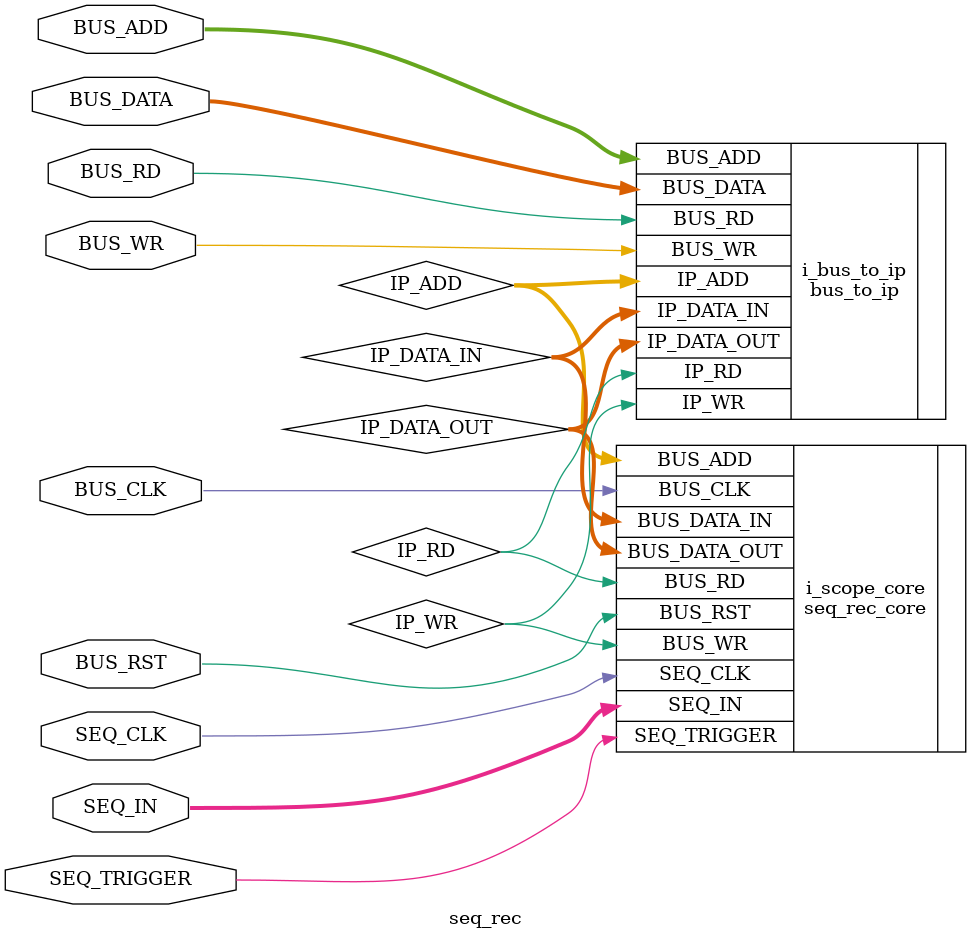
<source format=v>
/**
 * ------------------------------------------------------------
 * Copyright (c) SILAB , Physics Institute of Bonn University 
 * ------------------------------------------------------------
 *
 * SVN revision information:
 *  $Rev:: 34                    $:
 *  $Author:: themperek          $: 
 *  $Date:: 2013-09-12 12:07:54 #$:
 */
 
module seq_rec
#(
    parameter BASEADDR = 0,
    parameter HIGHADDR = 0,
    parameter ABUSWIDTH = 16,
    
    parameter MEM_BYTES = 8*1024,
    parameter IN_BITS = 8
)(
    input           BUS_CLK,
    input           BUS_RST,
    input   [ABUSWIDTH-1:0]  BUS_ADD,
    inout   [7:0]   BUS_DATA,
    input           BUS_RD,
    input           BUS_WR,

    input                SEQ_CLK,
    input [IN_BITS-1:0]  SEQ_IN,
    input SEQ_TRIGGER
);

wire IP_RD, IP_WR;
wire [ABUSWIDTH-1:0] IP_ADD;
wire [7:0] IP_DATA_IN;
wire [7:0] IP_DATA_OUT;

bus_to_ip #( .BASEADDR(BASEADDR), .HIGHADDR(HIGHADDR), .ABUSWIDTH(ABUSWIDTH) ) i_bus_to_ip
(
    .BUS_RD(BUS_RD),
    .BUS_WR(BUS_WR),
    .BUS_ADD(BUS_ADD),
    .BUS_DATA(BUS_DATA),

    .IP_RD(IP_RD),
    .IP_WR(IP_WR),
    .IP_ADD(IP_ADD),
    .IP_DATA_IN(IP_DATA_IN),
    .IP_DATA_OUT(IP_DATA_OUT)
);

seq_rec_core 
#(
    .MEM_BYTES(MEM_BYTES),
    .IN_BITS(IN_BITS),
    .ABUSWIDTH(ABUSWIDTH)
) i_scope_core 
(
    .BUS_CLK(BUS_CLK),                     
    .BUS_RST(BUS_RST),                  
    .BUS_ADD(IP_ADD),                    
    .BUS_DATA_IN(IP_DATA_IN),                    
    .BUS_RD(IP_RD),                    
    .BUS_WR(IP_WR),                    
    .BUS_DATA_OUT(IP_DATA_OUT),  

    .SEQ_CLK(SEQ_CLK),
    .SEQ_IN(SEQ_IN),
    .SEQ_TRIGGER(SEQ_TRIGGER)
); 

endmodule  
</source>
